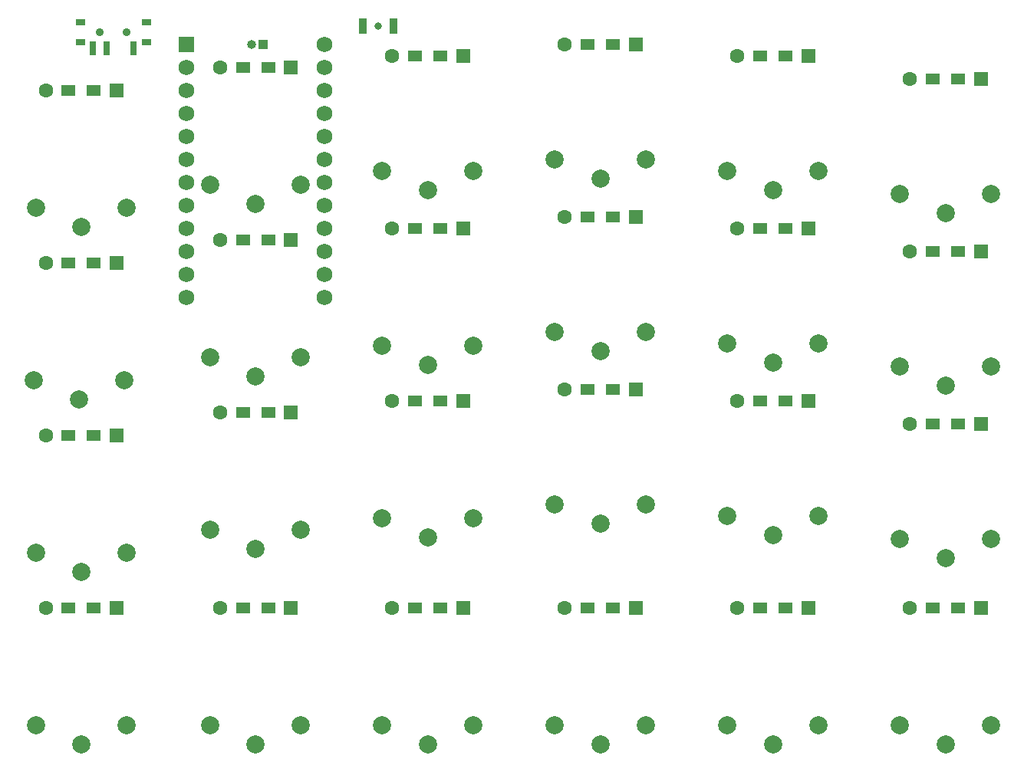
<source format=gbr>
%TF.GenerationSoftware,KiCad,Pcbnew,5.1.9*%
%TF.CreationDate,2021-01-06T19:10:31-06:00*%
%TF.ProjectId,halfboard,68616c66-626f-4617-9264-2e6b69636164,rev?*%
%TF.SameCoordinates,Original*%
%TF.FileFunction,Soldermask,Top*%
%TF.FilePolarity,Negative*%
%FSLAX46Y46*%
G04 Gerber Fmt 4.6, Leading zero omitted, Abs format (unit mm)*
G04 Created by KiCad (PCBNEW 5.1.9) date 2021-01-06 19:10:31*
%MOMM*%
%LPD*%
G01*
G04 APERTURE LIST*
%ADD10R,0.900000X1.700000*%
%ADD11C,0.800000*%
%ADD12C,0.900000*%
%ADD13R,0.700000X1.500000*%
%ADD14R,1.000000X0.800000*%
%ADD15O,1.000000X1.000000*%
%ADD16R,1.000000X1.000000*%
%ADD17C,2.000000*%
%ADD18R,1.600000X1.600000*%
%ADD19C,1.600000*%
%ADD20R,1.600000X1.200000*%
%ADD21C,1.752600*%
%ADD22R,1.752600X1.752600*%
G04 APERTURE END LIST*
D10*
%TO.C,REF\u002A\u002A*%
X83390000Y-47498000D03*
X86790000Y-47498000D03*
D11*
X85090000Y-47498000D03*
%TD*%
D12*
%TO.C,REF\u002A\u002A*%
X57380000Y-48184000D03*
X54380000Y-48184000D03*
D13*
X58130000Y-49944000D03*
X55130000Y-49944000D03*
X53630000Y-49944000D03*
D14*
X59530000Y-47084000D03*
X52230000Y-47084000D03*
X52230000Y-49294000D03*
X59530000Y-49294000D03*
%TD*%
D12*
%TO.C,REF\u002A\u002A*%
X54380000Y-48184000D03*
X57380000Y-48184000D03*
%TD*%
D11*
%TO.C,REF\u002A\u002A*%
X85090000Y-47498000D03*
%TD*%
D15*
%TO.C,BAT*%
X71120000Y-49530000D03*
D16*
X72390000Y-49530000D03*
%TD*%
D17*
%TO.C, *%
X142732303Y-66059730D03*
X147732303Y-68159730D03*
X152732303Y-66059730D03*
%TD*%
D18*
%TO.C,D0*%
X151632303Y-53340000D03*
D19*
X143832303Y-53340000D03*
D20*
X146332303Y-53340000D03*
X149132303Y-53340000D03*
%TD*%
D17*
%TO.C, *%
X142732303Y-85109730D03*
X147732303Y-87209730D03*
X152732303Y-85109730D03*
%TD*%
D18*
%TO.C,D0*%
X151632303Y-72390000D03*
D19*
X143832303Y-72390000D03*
D20*
X146332303Y-72390000D03*
X149132303Y-72390000D03*
%TD*%
D17*
%TO.C, *%
X142732303Y-104159730D03*
X147732303Y-106259730D03*
X152732303Y-104159730D03*
%TD*%
D18*
%TO.C,D0*%
X151632303Y-91440000D03*
D19*
X143832303Y-91440000D03*
D20*
X146332303Y-91440000D03*
X149132303Y-91440000D03*
%TD*%
D17*
%TO.C, *%
X142732303Y-124733730D03*
X147732303Y-126833730D03*
X152732303Y-124733730D03*
%TD*%
D18*
%TO.C,D0*%
X151632303Y-111760000D03*
D19*
X143832303Y-111760000D03*
D20*
X146332303Y-111760000D03*
X149132303Y-111760000D03*
%TD*%
D17*
%TO.C, *%
X123682303Y-124733730D03*
X128682303Y-126833730D03*
X133682303Y-124733730D03*
%TD*%
D18*
%TO.C,D0*%
X132582303Y-111760000D03*
D19*
X124782303Y-111760000D03*
D20*
X127282303Y-111760000D03*
X130082303Y-111760000D03*
%TD*%
D17*
%TO.C, *%
X104632303Y-124733730D03*
X109632303Y-126833730D03*
X114632303Y-124733730D03*
%TD*%
D18*
%TO.C,D0*%
X113532303Y-111760000D03*
D19*
X105732303Y-111760000D03*
D20*
X108232303Y-111760000D03*
X111032303Y-111760000D03*
%TD*%
D17*
%TO.C, *%
X85582303Y-124733730D03*
X90582303Y-126833730D03*
X95582303Y-124733730D03*
%TD*%
D18*
%TO.C,D0*%
X94482303Y-111760000D03*
D19*
X86682303Y-111760000D03*
D20*
X89182303Y-111760000D03*
X91982303Y-111760000D03*
%TD*%
D17*
%TO.C, *%
X123682303Y-101619730D03*
X128682303Y-103719730D03*
X133682303Y-101619730D03*
%TD*%
D18*
%TO.C,D0*%
X132582303Y-88900000D03*
D19*
X124782303Y-88900000D03*
D20*
X127282303Y-88900000D03*
X130082303Y-88900000D03*
%TD*%
D17*
%TO.C, *%
X123682303Y-82569730D03*
X128682303Y-84669730D03*
X133682303Y-82569730D03*
%TD*%
D18*
%TO.C,D0*%
X132582303Y-69850000D03*
D19*
X124782303Y-69850000D03*
D20*
X127282303Y-69850000D03*
X130082303Y-69850000D03*
%TD*%
D17*
%TO.C, *%
X123682303Y-63519730D03*
X128682303Y-65619730D03*
X133682303Y-63519730D03*
%TD*%
D18*
%TO.C,D0*%
X132582303Y-50800000D03*
D19*
X124782303Y-50800000D03*
D20*
X127282303Y-50800000D03*
X130082303Y-50800000D03*
%TD*%
D17*
%TO.C, *%
X104632303Y-62249730D03*
X109632303Y-64349730D03*
X114632303Y-62249730D03*
%TD*%
D18*
%TO.C,D0*%
X113532303Y-49530000D03*
D19*
X105732303Y-49530000D03*
D20*
X108232303Y-49530000D03*
X111032303Y-49530000D03*
%TD*%
D17*
%TO.C, *%
X104632303Y-81299730D03*
X109632303Y-83399730D03*
X114632303Y-81299730D03*
%TD*%
D18*
%TO.C,D0*%
X113532303Y-68580000D03*
D19*
X105732303Y-68580000D03*
D20*
X108232303Y-68580000D03*
X111032303Y-68580000D03*
%TD*%
D17*
%TO.C, *%
X104632303Y-100349730D03*
X109632303Y-102449730D03*
X114632303Y-100349730D03*
%TD*%
D18*
%TO.C,D0*%
X113532303Y-87630000D03*
D19*
X105732303Y-87630000D03*
D20*
X108232303Y-87630000D03*
X111032303Y-87630000D03*
%TD*%
D17*
%TO.C, *%
X85582303Y-101873730D03*
X90582303Y-103973730D03*
X95582303Y-101873730D03*
%TD*%
D18*
%TO.C,D0*%
X94482303Y-88900000D03*
D19*
X86682303Y-88900000D03*
D20*
X89182303Y-88900000D03*
X91982303Y-88900000D03*
%TD*%
D17*
%TO.C, *%
X85582303Y-82823730D03*
X90582303Y-84923730D03*
X95582303Y-82823730D03*
%TD*%
D18*
%TO.C,D0*%
X94482303Y-69850000D03*
D19*
X86682303Y-69850000D03*
D20*
X89182303Y-69850000D03*
X91982303Y-69850000D03*
%TD*%
D17*
%TO.C, *%
X85582303Y-63519730D03*
X90582303Y-65619730D03*
X95582303Y-63519730D03*
%TD*%
D18*
%TO.C,D0*%
X94482303Y-50800000D03*
D19*
X86682303Y-50800000D03*
D20*
X89182303Y-50800000D03*
X91982303Y-50800000D03*
%TD*%
D17*
%TO.C, *%
X66589231Y-65043730D03*
X71589231Y-67143730D03*
X76589231Y-65043730D03*
%TD*%
D18*
%TO.C,D0*%
X75489231Y-52070000D03*
D19*
X67689231Y-52070000D03*
D20*
X70189231Y-52070000D03*
X72989231Y-52070000D03*
%TD*%
D17*
%TO.C, *%
X66589231Y-84091829D03*
X71589231Y-86191829D03*
X76589231Y-84091829D03*
%TD*%
D18*
%TO.C,D0*%
X75489231Y-71120000D03*
D19*
X67689231Y-71120000D03*
D20*
X70189231Y-71120000D03*
X72989231Y-71120000D03*
%TD*%
D17*
%TO.C, *%
X66589231Y-103100230D03*
X71589231Y-105200230D03*
X76589231Y-103100230D03*
%TD*%
D18*
%TO.C,D0*%
X75489231Y-90170000D03*
D19*
X67689231Y-90170000D03*
D20*
X70189231Y-90170000D03*
X72989231Y-90170000D03*
%TD*%
D17*
%TO.C, *%
X66589231Y-124733730D03*
X71589231Y-126833730D03*
X76589231Y-124733730D03*
%TD*%
D18*
%TO.C,D0*%
X75489231Y-111760000D03*
D19*
X67689231Y-111760000D03*
D20*
X70189231Y-111760000D03*
X72989231Y-111760000D03*
%TD*%
D17*
%TO.C, *%
X47324000Y-124704000D03*
X52324000Y-126804000D03*
X57324000Y-124704000D03*
%TD*%
D18*
%TO.C,D0*%
X56224000Y-111760000D03*
D19*
X48424000Y-111760000D03*
D20*
X50924000Y-111760000D03*
X53724000Y-111760000D03*
%TD*%
D17*
%TO.C, *%
X47324000Y-105654000D03*
X52324000Y-107754000D03*
X57324000Y-105654000D03*
%TD*%
D18*
%TO.C,D0*%
X56224000Y-92710000D03*
D19*
X48424000Y-92710000D03*
D20*
X50924000Y-92710000D03*
X53724000Y-92710000D03*
%TD*%
D17*
%TO.C, *%
X47070000Y-86604000D03*
X52070000Y-88704000D03*
X57070000Y-86604000D03*
%TD*%
D18*
%TO.C,D0*%
X56224000Y-73660000D03*
D19*
X48424000Y-73660000D03*
D20*
X50924000Y-73660000D03*
X53724000Y-73660000D03*
%TD*%
D17*
%TO.C, *%
X57324000Y-67554000D03*
X52324000Y-69654000D03*
X47324000Y-67554000D03*
%TD*%
D20*
%TO.C,D0*%
X53724000Y-54610000D03*
X50924000Y-54610000D03*
D19*
X48424000Y-54610000D03*
D18*
X56224000Y-54610000D03*
%TD*%
D21*
%TO.C,U1*%
X79209231Y-49530000D03*
X63969231Y-77470000D03*
X79209231Y-52070000D03*
X79209231Y-54610000D03*
X79209231Y-57150000D03*
X79209231Y-59690000D03*
X79209231Y-62230000D03*
X79209231Y-64770000D03*
X79209231Y-67310000D03*
X79209231Y-69850000D03*
X79209231Y-72390000D03*
X79209231Y-74930000D03*
X79209231Y-77470000D03*
X63969231Y-74930000D03*
X63969231Y-72390000D03*
X63969231Y-69850000D03*
X63969231Y-67310000D03*
X63969231Y-64770000D03*
X63969231Y-62230000D03*
X63969231Y-59690000D03*
X63969231Y-57150000D03*
X63969231Y-54610000D03*
X63969231Y-52070000D03*
D22*
X63969231Y-49530000D03*
%TD*%
M02*

</source>
